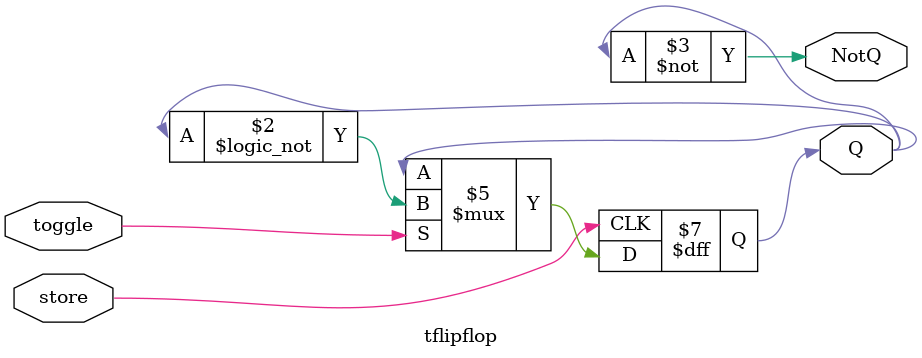
<source format=v>
module tflipflop(
    input toggle, store,
    output reg Q,
    output NotQ
);

    initial begin
        Q <= 0;
    end
    
    always @(posedge store) begin
        if (toggle)
            Q <= !Q;
    end
    
    assign NotQ = ~Q;

endmodule
</source>
